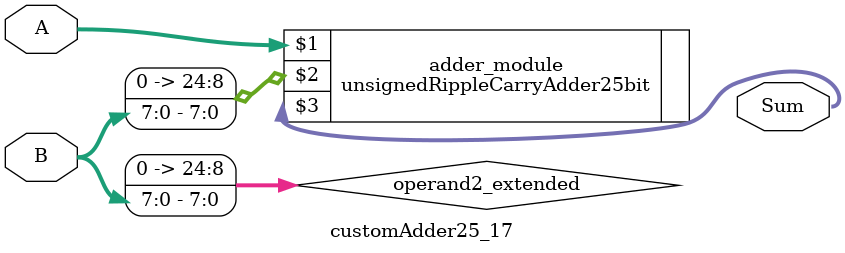
<source format=v>

module customAdder25_17(
                    input [24 : 0] A,
                    input [7 : 0] B,
                    
                    output [25 : 0] Sum
            );

    wire [24 : 0] operand2_extended;
    
    assign operand2_extended =  {17'b0, B};
    
    unsignedRippleCarryAdder25bit adder_module(
        A,
        operand2_extended,
        Sum
    );
    
endmodule
        
</source>
